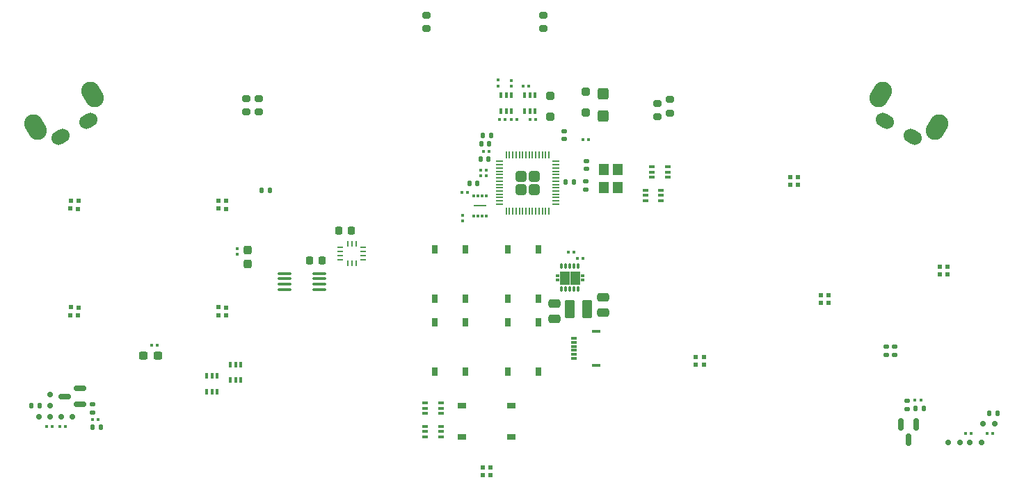
<source format=gbr>
%TF.GenerationSoftware,KiCad,Pcbnew,8.0.2*%
%TF.CreationDate,2024-10-24T08:37:16-07:00*%
%TF.ProjectId,UGC_Main_S1,5547435f-4d61-4696-9e5f-53312e6b6963,rev?*%
%TF.SameCoordinates,Original*%
%TF.FileFunction,Paste,Top*%
%TF.FilePolarity,Positive*%
%FSLAX46Y46*%
G04 Gerber Fmt 4.6, Leading zero omitted, Abs format (unit mm)*
G04 Created by KiCad (PCBNEW 8.0.2) date 2024-10-24 08:37:16*
%MOMM*%
%LPD*%
G01*
G04 APERTURE LIST*
G04 Aperture macros list*
%AMRoundRect*
0 Rectangle with rounded corners*
0 $1 Rounding radius*
0 $2 $3 $4 $5 $6 $7 $8 $9 X,Y pos of 4 corners*
0 Add a 4 corners polygon primitive as box body*
4,1,4,$2,$3,$4,$5,$6,$7,$8,$9,$2,$3,0*
0 Add four circle primitives for the rounded corners*
1,1,$1+$1,$2,$3*
1,1,$1+$1,$4,$5*
1,1,$1+$1,$6,$7*
1,1,$1+$1,$8,$9*
0 Add four rect primitives between the rounded corners*
20,1,$1+$1,$2,$3,$4,$5,0*
20,1,$1+$1,$4,$5,$6,$7,0*
20,1,$1+$1,$6,$7,$8,$9,0*
20,1,$1+$1,$8,$9,$2,$3,0*%
%AMHorizOval*
0 Thick line with rounded ends*
0 $1 width*
0 $2 $3 position (X,Y) of the first rounded end (center of the circle)*
0 $4 $5 position (X,Y) of the second rounded end (center of the circle)*
0 Add line between two ends*
20,1,$1,$2,$3,$4,$5,0*
0 Add two circle primitives to create the rounded ends*
1,1,$1,$2,$3*
1,1,$1,$4,$5*%
%AMRotRect*
0 Rectangle, with rotation*
0 The origin of the aperture is its center*
0 $1 length*
0 $2 width*
0 $3 Rotation angle, in degrees counterclockwise*
0 Add horizontal line*
21,1,$1,$2,0,0,$3*%
G04 Aperture macros list end*
%ADD10C,0.010000*%
%ADD11RoundRect,0.135000X0.135000X0.185000X-0.135000X0.185000X-0.135000X-0.185000X0.135000X-0.185000X0*%
%ADD12RoundRect,0.250000X0.475000X-0.250000X0.475000X0.250000X-0.475000X0.250000X-0.475000X-0.250000X0*%
%ADD13RoundRect,0.135000X0.185000X-0.135000X0.185000X0.135000X-0.185000X0.135000X-0.185000X-0.135000X0*%
%ADD14RoundRect,0.079500X-0.079500X-0.100500X0.079500X-0.100500X0.079500X0.100500X-0.079500X0.100500X0*%
%ADD15RoundRect,0.079500X0.079500X0.100500X-0.079500X0.100500X-0.079500X-0.100500X0.079500X-0.100500X0*%
%ADD16RoundRect,0.200000X-0.275000X0.200000X-0.275000X-0.200000X0.275000X-0.200000X0.275000X0.200000X0*%
%ADD17RoundRect,0.200000X0.275000X-0.200000X0.275000X0.200000X-0.275000X0.200000X-0.275000X-0.200000X0*%
%ADD18RoundRect,0.250000X0.375000X0.850000X-0.375000X0.850000X-0.375000X-0.850000X0.375000X-0.850000X0*%
%ADD19RoundRect,0.140000X0.170000X-0.140000X0.170000X0.140000X-0.170000X0.140000X-0.170000X-0.140000X0*%
%ADD20RoundRect,0.150000X0.150000X0.200000X-0.150000X0.200000X-0.150000X-0.200000X0.150000X-0.200000X0*%
%ADD21RoundRect,0.135000X-0.135000X-0.185000X0.135000X-0.185000X0.135000X0.185000X-0.135000X0.185000X0*%
%ADD22R,0.745000X0.280000*%
%ADD23R,0.280000X0.745000*%
%ADD24RoundRect,0.225000X-0.225000X-0.250000X0.225000X-0.250000X0.225000X0.250000X-0.225000X0.250000X0*%
%ADD25RoundRect,0.150000X0.587500X0.150000X-0.587500X0.150000X-0.587500X-0.150000X0.587500X-0.150000X0*%
%ADD26RoundRect,0.250000X-0.425000X0.450000X-0.425000X-0.450000X0.425000X-0.450000X0.425000X0.450000X0*%
%ADD27RoundRect,0.135000X-0.185000X0.135000X-0.185000X-0.135000X0.185000X-0.135000X0.185000X0.135000X0*%
%ADD28RotRect,0.550000X0.550000X357.000000*%
%ADD29RoundRect,0.140000X0.140000X0.170000X-0.140000X0.170000X-0.140000X-0.170000X0.140000X-0.170000X0*%
%ADD30R,0.550000X0.550000*%
%ADD31RoundRect,0.140000X-0.170000X0.140000X-0.170000X-0.140000X0.170000X-0.140000X0.170000X0.140000X0*%
%ADD32RoundRect,0.250000X-0.475000X0.250000X-0.475000X-0.250000X0.475000X-0.250000X0.475000X0.250000X0*%
%ADD33HorizOval,2.250000X-0.250000X0.433013X0.250000X-0.433013X0*%
%ADD34HorizOval,1.700000X0.259808X0.150000X-0.259808X-0.150000X0*%
%ADD35RoundRect,0.150000X-0.200000X0.150000X-0.200000X-0.150000X0.200000X-0.150000X0.200000X0.150000X0*%
%ADD36HorizOval,2.250000X-0.250000X-0.433013X0.250000X0.433013X0*%
%ADD37HorizOval,1.700000X0.259808X-0.150000X-0.259808X0.150000X0*%
%ADD38RoundRect,0.150000X-0.150000X-0.200000X0.150000X-0.200000X0.150000X0.200000X-0.150000X0.200000X0*%
%ADD39R,0.750000X1.000000*%
%ADD40RoundRect,0.150000X-0.150000X0.587500X-0.150000X-0.587500X0.150000X-0.587500X0.150000X0.587500X0*%
%ADD41RoundRect,0.079500X-0.100500X0.079500X-0.100500X-0.079500X0.100500X-0.079500X0.100500X0.079500X0*%
%ADD42RoundRect,0.079500X0.100500X-0.079500X0.100500X0.079500X-0.100500X0.079500X-0.100500X-0.079500X0*%
%ADD43RoundRect,0.100000X-0.225000X-0.100000X0.225000X-0.100000X0.225000X0.100000X-0.225000X0.100000X0*%
%ADD44RoundRect,0.249999X0.395001X-0.395001X0.395001X0.395001X-0.395001X0.395001X-0.395001X-0.395001X0*%
%ADD45RoundRect,0.050000X0.050000X-0.387500X0.050000X0.387500X-0.050000X0.387500X-0.050000X-0.387500X0*%
%ADD46RoundRect,0.050000X0.387500X-0.050000X0.387500X0.050000X-0.387500X0.050000X-0.387500X-0.050000X0*%
%ADD47RoundRect,0.100000X0.100000X-0.225000X0.100000X0.225000X-0.100000X0.225000X-0.100000X-0.225000X0*%
%ADD48RoundRect,0.140000X-0.140000X-0.170000X0.140000X-0.170000X0.140000X0.170000X-0.140000X0.170000X0*%
%ADD49RoundRect,0.100000X-0.712500X-0.100000X0.712500X-0.100000X0.712500X0.100000X-0.712500X0.100000X0*%
%ADD50RoundRect,0.100000X0.225000X0.100000X-0.225000X0.100000X-0.225000X-0.100000X0.225000X-0.100000X0*%
%ADD51R,1.000000X0.750000*%
%ADD52R,1.200000X1.400000*%
%ADD53RoundRect,0.237500X-0.300000X-0.237500X0.300000X-0.237500X0.300000X0.237500X-0.300000X0.237500X0*%
%ADD54RoundRect,0.250000X-0.250000X0.250000X-0.250000X-0.250000X0.250000X-0.250000X0.250000X0.250000X0*%
%ADD55RoundRect,0.237500X0.237500X-0.300000X0.237500X0.300000X-0.237500X0.300000X-0.237500X-0.300000X0*%
%ADD56R,0.700000X0.300000*%
%ADD57R,1.000000X0.300000*%
%ADD58RoundRect,0.007200X0.112800X-0.292800X0.112800X0.292800X-0.112800X0.292800X-0.112800X-0.292800X0*%
%ADD59RoundRect,0.250000X0.250000X-0.250000X0.250000X0.250000X-0.250000X0.250000X-0.250000X-0.250000X0*%
%ADD60R,0.300000X0.400000*%
%ADD61R,1.600000X0.200000*%
G04 APERTURE END LIST*
D10*
%TO.C,U4*%
X227265400Y-118848600D02*
X226925400Y-118848600D01*
X226925400Y-118598600D01*
X227265400Y-118598600D01*
X227265400Y-118848600D01*
G36*
X227265400Y-118848600D02*
G01*
X226925400Y-118848600D01*
X226925400Y-118598600D01*
X227265400Y-118598600D01*
X227265400Y-118848600D01*
G37*
X227265400Y-119348600D02*
X226925400Y-119348600D01*
X226925400Y-119098600D01*
X227265400Y-119098600D01*
X227265400Y-119348600D01*
G36*
X227265400Y-119348600D02*
G01*
X226925400Y-119348600D01*
X226925400Y-119098600D01*
X227265400Y-119098600D01*
X227265400Y-119348600D01*
G37*
X228525400Y-119723600D02*
X227465400Y-119723600D01*
X227465400Y-118223600D01*
X228525400Y-118223600D01*
X228525400Y-119723600D01*
G36*
X228525400Y-119723600D02*
G01*
X227465400Y-119723600D01*
X227465400Y-118223600D01*
X228525400Y-118223600D01*
X228525400Y-119723600D01*
G37*
X229785400Y-119723600D02*
X228725400Y-119723600D01*
X228725400Y-118223600D01*
X229785400Y-118223600D01*
X229785400Y-119723600D01*
G36*
X229785400Y-119723600D02*
G01*
X228725400Y-119723600D01*
X228725400Y-118223600D01*
X229785400Y-118223600D01*
X229785400Y-119723600D01*
G37*
X230325400Y-118848600D02*
X229985400Y-118848600D01*
X229985400Y-118598600D01*
X230325400Y-118598600D01*
X230325400Y-118848600D01*
G36*
X230325400Y-118848600D02*
G01*
X229985400Y-118848600D01*
X229985400Y-118598600D01*
X230325400Y-118598600D01*
X230325400Y-118848600D01*
G37*
X230325400Y-119348600D02*
X229985400Y-119348600D01*
X229985400Y-119098600D01*
X230325400Y-119098600D01*
X230325400Y-119348600D01*
G36*
X230325400Y-119348600D02*
G01*
X229985400Y-119348600D01*
X229985400Y-119098600D01*
X230325400Y-119098600D01*
X230325400Y-119348600D01*
G37*
%TD*%
D11*
%TO.C,R39*%
X271731200Y-134899400D03*
X270711200Y-134899400D03*
%TD*%
D12*
%TO.C,C4*%
X232714800Y-123251000D03*
X232714800Y-121351000D03*
%TD*%
D13*
%TO.C,R35*%
X268122400Y-128373600D03*
X268122400Y-127353600D03*
%TD*%
D14*
%TO.C,R1*%
X177759800Y-127203200D03*
X178449800Y-127203200D03*
%TD*%
D15*
%TO.C,C26*%
X280075200Y-137922000D03*
X279385200Y-137922000D03*
%TD*%
%TO.C,R5*%
X230926200Y-102108000D03*
X230236200Y-102108000D03*
%TD*%
D16*
%TO.C,R22*%
X225430000Y-86985000D03*
X225430000Y-88635000D03*
%TD*%
D15*
%TO.C,C27*%
X277509800Y-137922000D03*
X276819800Y-137922000D03*
%TD*%
D17*
%TO.C,R38*%
X240817400Y-98919800D03*
X240817400Y-97269800D03*
%TD*%
D14*
%TO.C,C33*%
X164907400Y-137083800D03*
X165597400Y-137083800D03*
%TD*%
D18*
%TO.C,L5*%
X230767200Y-122783600D03*
X228617200Y-122783600D03*
%TD*%
D14*
%TO.C,R6*%
X217788900Y-106566900D03*
X218478900Y-106566900D03*
%TD*%
D19*
%TO.C,C15*%
X230606600Y-105689400D03*
X230606600Y-104729400D03*
%TD*%
D20*
%TO.C,D7*%
X166686000Y-135940800D03*
X168086000Y-135940800D03*
%TD*%
D21*
%TO.C,R12*%
X228140800Y-107289600D03*
X229160800Y-107289600D03*
%TD*%
D22*
%TO.C,U10*%
X203487600Y-116777200D03*
X203487600Y-116277200D03*
X203487600Y-115777200D03*
X203487600Y-115277200D03*
D23*
X202589600Y-114879200D03*
X202089600Y-114879200D03*
X201589600Y-114879200D03*
D22*
X200691600Y-115277200D03*
X200691600Y-115777200D03*
X200691600Y-116277200D03*
X200691600Y-116777200D03*
D23*
X201589600Y-117175200D03*
X202089600Y-117175200D03*
X202589600Y-117175200D03*
%TD*%
D21*
%TO.C,R41*%
X279677400Y-135509000D03*
X280697400Y-135509000D03*
%TD*%
D24*
%TO.C,C12*%
X200494600Y-113233200D03*
X202044600Y-113233200D03*
%TD*%
D15*
%TO.C,C11*%
X216170000Y-108550000D03*
X215480000Y-108550000D03*
%TD*%
D25*
%TO.C,Q5*%
X169011600Y-134391400D03*
X169011600Y-132491400D03*
X167136600Y-133441400D03*
%TD*%
D26*
%TO.C,C3*%
X232664000Y-96541600D03*
X232664000Y-99241600D03*
%TD*%
D16*
%TO.C,R21*%
X211140000Y-86965000D03*
X211140000Y-88615000D03*
%TD*%
D27*
%TO.C,R34*%
X267106400Y-127353600D03*
X267106400Y-128373600D03*
%TD*%
D15*
%TO.C,R3*%
X230219870Y-116613394D03*
X229529870Y-116613394D03*
%TD*%
D28*
%TO.C,L2*%
X167834453Y-110533889D03*
X168783151Y-110583609D03*
X168832871Y-109634911D03*
X167884173Y-109585191D03*
%TD*%
D16*
%TO.C,R37*%
X239268000Y-97727000D03*
X239268000Y-99377000D03*
%TD*%
D14*
%TO.C,C32*%
X170520800Y-136271000D03*
X171210800Y-136271000D03*
%TD*%
D29*
%TO.C,C8*%
X218818400Y-102666800D03*
X217858400Y-102666800D03*
%TD*%
D28*
%TO.C,L1*%
X185834453Y-110533889D03*
X186783151Y-110583609D03*
X186832871Y-109634911D03*
X185884173Y-109585191D03*
%TD*%
D30*
%TO.C,L12*%
X259158657Y-122059400D03*
X260108657Y-122059400D03*
X260108657Y-121109400D03*
X259158657Y-121109400D03*
%TD*%
D20*
%TO.C,D14*%
X278928600Y-136779000D03*
X280328600Y-136779000D03*
%TD*%
D15*
%TO.C,R25*%
X222188600Y-99720400D03*
X221498600Y-99720400D03*
%TD*%
D31*
%TO.C,C5*%
X227914200Y-101094600D03*
X227914200Y-102054600D03*
%TD*%
D17*
%TO.C,R36*%
X189204600Y-98792800D03*
X189204600Y-97142800D03*
%TD*%
D32*
%TO.C,C23*%
X226720400Y-122087600D03*
X226720400Y-123987600D03*
%TD*%
D21*
%TO.C,R11*%
X191107600Y-108356400D03*
X192127600Y-108356400D03*
%TD*%
D16*
%TO.C,R4*%
X190754000Y-97142800D03*
X190754000Y-98792800D03*
%TD*%
D33*
%TO.C,SW7*%
X163618112Y-100644336D03*
X170546316Y-96644336D03*
D34*
X166643465Y-101784400D03*
X170020963Y-99834400D03*
%TD*%
D11*
%TO.C,R33*%
X164136800Y-134594600D03*
X163116800Y-134594600D03*
%TD*%
D35*
%TO.C,D6*%
X165354000Y-134583400D03*
X165354000Y-133183400D03*
%TD*%
D36*
%TO.C,SW8*%
X266420998Y-96644336D03*
X273349202Y-100644336D03*
D37*
X266946351Y-99834400D03*
X270323849Y-101784400D03*
%TD*%
D38*
%TO.C,D16*%
X276112200Y-139039600D03*
X274712200Y-139039600D03*
%TD*%
D39*
%TO.C,SW17*%
X215921157Y-115516400D03*
X215921157Y-121516400D03*
X212171157Y-115516400D03*
X212171157Y-121516400D03*
%TD*%
D15*
%TO.C,C6*%
X218835800Y-103581200D03*
X218145800Y-103581200D03*
%TD*%
D24*
%TO.C,C13*%
X196938600Y-116840000D03*
X198488600Y-116840000D03*
%TD*%
D40*
%TO.C,Q6*%
X270788300Y-136829800D03*
X268888300Y-136829800D03*
X269838300Y-138704800D03*
%TD*%
D14*
%TO.C,R23*%
X223784600Y-99720400D03*
X224474600Y-99720400D03*
%TD*%
D41*
%TO.C,R28*%
X221538800Y-94955800D03*
X221538800Y-95645800D03*
%TD*%
D42*
%TO.C,R10*%
X215595200Y-112079600D03*
X215595200Y-111389600D03*
%TD*%
D43*
%TO.C,D13*%
X211038400Y-137080900D03*
X211038400Y-137730900D03*
X211038400Y-138380900D03*
X212938400Y-138380900D03*
X212938400Y-137730900D03*
X212938400Y-137080900D03*
%TD*%
D44*
%TO.C,U8*%
X222684800Y-108208100D03*
X224284800Y-108208100D03*
X222684800Y-106608100D03*
X224284800Y-106608100D03*
D45*
X220884800Y-110845600D03*
X221284800Y-110845600D03*
X221684800Y-110845600D03*
X222084800Y-110845600D03*
X222484800Y-110845600D03*
X222884800Y-110845600D03*
X223284800Y-110845600D03*
X223684800Y-110845600D03*
X224084800Y-110845600D03*
X224484800Y-110845600D03*
X224884800Y-110845600D03*
X225284800Y-110845600D03*
X225684800Y-110845600D03*
X226084800Y-110845600D03*
D46*
X226922300Y-110008100D03*
X226922300Y-109608100D03*
X226922300Y-109208100D03*
X226922300Y-108808100D03*
X226922300Y-108408100D03*
X226922300Y-108008100D03*
X226922300Y-107608100D03*
X226922300Y-107208100D03*
X226922300Y-106808100D03*
X226922300Y-106408100D03*
X226922300Y-106008100D03*
X226922300Y-105608100D03*
X226922300Y-105208100D03*
X226922300Y-104808100D03*
D45*
X226084800Y-103970600D03*
X225684800Y-103970600D03*
X225284800Y-103970600D03*
X224884800Y-103970600D03*
X224484800Y-103970600D03*
X224084800Y-103970600D03*
X223684800Y-103970600D03*
X223284800Y-103970600D03*
X222884800Y-103970600D03*
X222484800Y-103970600D03*
X222084800Y-103970600D03*
X221684800Y-103970600D03*
X221284800Y-103970600D03*
X220884800Y-103970600D03*
D46*
X220047300Y-104808100D03*
X220047300Y-105208100D03*
X220047300Y-105608100D03*
X220047300Y-106008100D03*
X220047300Y-106408100D03*
X220047300Y-106808100D03*
X220047300Y-107208100D03*
X220047300Y-107608100D03*
X220047300Y-108008100D03*
X220047300Y-108408100D03*
X220047300Y-108808100D03*
X220047300Y-109208100D03*
X220047300Y-109608100D03*
X220047300Y-110008100D03*
%TD*%
D30*
%TO.C,L13*%
X273671617Y-118569002D03*
X274621617Y-118569002D03*
X274621617Y-117619002D03*
X273671617Y-117619002D03*
%TD*%
D14*
%TO.C,R7*%
X217788900Y-105855700D03*
X218478900Y-105855700D03*
%TD*%
%TO.C,R26*%
X222971800Y-95656400D03*
X223661800Y-95656400D03*
%TD*%
D27*
%TO.C,R40*%
X269671800Y-133983000D03*
X269671800Y-135003000D03*
%TD*%
D28*
%TO.C,L4*%
X185834453Y-123533889D03*
X186783151Y-123583609D03*
X186832871Y-122634911D03*
X185884173Y-122585191D03*
%TD*%
D38*
%TO.C,D3*%
X165393600Y-135940800D03*
X163993600Y-135940800D03*
%TD*%
D47*
%TO.C,D8*%
X184414400Y-132842000D03*
X185064400Y-132842000D03*
X185714400Y-132842000D03*
X185714400Y-130942000D03*
X185064400Y-130942000D03*
X184414400Y-130942000D03*
%TD*%
D48*
%TO.C,C10*%
X217779600Y-104495600D03*
X218739600Y-104495600D03*
%TD*%
D49*
%TO.C,U6*%
X193924700Y-118455800D03*
X193924700Y-119105800D03*
X193924700Y-119755800D03*
X193924700Y-120405800D03*
X198149700Y-120405800D03*
X198149700Y-119755800D03*
X198149700Y-119105800D03*
X198149700Y-118455800D03*
%TD*%
D15*
%TO.C,R24*%
X220715400Y-99720400D03*
X220025400Y-99720400D03*
%TD*%
D50*
%TO.C,D5*%
X240527800Y-106745800D03*
X240527800Y-106095800D03*
X240527800Y-105445800D03*
X238627800Y-105445800D03*
X238627800Y-106095800D03*
X238627800Y-106745800D03*
%TD*%
D51*
%TO.C,SW5*%
X221483657Y-138353800D03*
X215483657Y-138353800D03*
X221483657Y-134603800D03*
X215483657Y-134603800D03*
%TD*%
D42*
%TO.C,R2*%
X188112400Y-116118200D03*
X188112400Y-115428200D03*
%TD*%
D38*
%TO.C,D15*%
X278703000Y-139039600D03*
X277303000Y-139039600D03*
%TD*%
D52*
%TO.C,Y1*%
X234479200Y-108008600D03*
X234479200Y-105808600D03*
X232779200Y-105808600D03*
X232779200Y-108008600D03*
%TD*%
D43*
%TO.C,D12*%
X211038400Y-134221000D03*
X211038400Y-134871000D03*
X211038400Y-135521000D03*
X212938400Y-135521000D03*
X212938400Y-134871000D03*
X212938400Y-134221000D03*
%TD*%
D53*
%TO.C,C1*%
X176734300Y-128473200D03*
X178459300Y-128473200D03*
%TD*%
D39*
%TO.C,SW18*%
X221046157Y-130391400D03*
X221046157Y-124391400D03*
X224796157Y-130391400D03*
X224796157Y-124391400D03*
%TD*%
D29*
%TO.C,C7*%
X219021600Y-101650800D03*
X218061600Y-101650800D03*
%TD*%
D30*
%TO.C,L10*%
X243982313Y-129617540D03*
X244932313Y-129617540D03*
X244932313Y-128667540D03*
X243982313Y-128667540D03*
%TD*%
D41*
%TO.C,R27*%
X219862400Y-94905000D03*
X219862400Y-95595000D03*
%TD*%
D14*
%TO.C,C25*%
X270647600Y-133934200D03*
X271337600Y-133934200D03*
%TD*%
D54*
%TO.C,D10*%
X226212400Y-96844800D03*
X226212400Y-99344800D03*
%TD*%
D55*
%TO.C,C2*%
X189382400Y-117296100D03*
X189382400Y-115571100D03*
%TD*%
D14*
%TO.C,C34*%
X166533000Y-137083800D03*
X167223000Y-137083800D03*
%TD*%
D39*
%TO.C,SW19*%
X215921157Y-124391400D03*
X215921157Y-130391400D03*
X212171157Y-124391400D03*
X212171157Y-130391400D03*
%TD*%
D47*
%TO.C,D11*%
X187310000Y-131455200D03*
X187960000Y-131455200D03*
X188610000Y-131455200D03*
X188610000Y-129555200D03*
X187960000Y-129555200D03*
X187310000Y-129555200D03*
%TD*%
D14*
%TO.C,C24*%
X228406576Y-115848352D03*
X229096576Y-115848352D03*
%TD*%
D31*
%TO.C,C14*%
X230581200Y-107266800D03*
X230581200Y-108226800D03*
%TD*%
D30*
%TO.C,L11*%
X255416532Y-107687626D03*
X256366532Y-107687626D03*
X256366532Y-106737626D03*
X255416532Y-106737626D03*
%TD*%
D56*
%TO.C,J2*%
X229157400Y-128834200D03*
X229157400Y-128334200D03*
X229157400Y-127834200D03*
X229157400Y-127334200D03*
X229157400Y-126834200D03*
X229157400Y-126334200D03*
D57*
X231807400Y-129624200D03*
X231807400Y-125544200D03*
%TD*%
D48*
%TO.C,C9*%
X216390000Y-107450000D03*
X217350000Y-107450000D03*
%TD*%
D11*
%TO.C,R31*%
X171553600Y-137210800D03*
X170533600Y-137210800D03*
%TD*%
D58*
%TO.C,U4*%
X227625400Y-120373600D03*
X228125400Y-120373600D03*
X228625400Y-120373600D03*
X229125400Y-120373600D03*
X229625400Y-120373600D03*
X229625400Y-117573600D03*
X229125400Y-117573600D03*
X228625400Y-117573600D03*
X228125400Y-117573600D03*
X227625400Y-117573600D03*
%TD*%
D13*
%TO.C,R32*%
X170535600Y-135409400D03*
X170535600Y-134389400D03*
%TD*%
D47*
%TO.C,Q4*%
X220228400Y-98638400D03*
X220878400Y-98638400D03*
X221528400Y-98638400D03*
X221528400Y-96738400D03*
X220878400Y-96738400D03*
X220228400Y-96738400D03*
%TD*%
D39*
%TO.C,SW9*%
X221046157Y-121516400D03*
X221046157Y-115516400D03*
X224796157Y-121516400D03*
X224796157Y-115516400D03*
%TD*%
D28*
%TO.C,L3*%
X167834453Y-123533889D03*
X168783151Y-123583609D03*
X168832871Y-122634911D03*
X167884173Y-122585191D03*
%TD*%
D59*
%TO.C,D9*%
X230581200Y-98836800D03*
X230581200Y-96336800D03*
%TD*%
D47*
%TO.C,Q3*%
X223124000Y-98638400D03*
X223774000Y-98638400D03*
X224424000Y-98638400D03*
X224424000Y-96738400D03*
X223774000Y-96738400D03*
X223124000Y-96738400D03*
%TD*%
D50*
%TO.C,D4*%
X239710000Y-109605600D03*
X239710000Y-108955600D03*
X239710000Y-108305600D03*
X237810000Y-108305600D03*
X237810000Y-108955600D03*
X237810000Y-109605600D03*
%TD*%
D30*
%TO.C,L6*%
X218008657Y-143038600D03*
X218958657Y-143038600D03*
X218958657Y-142088600D03*
X218008657Y-142088600D03*
%TD*%
D60*
%TO.C,U9*%
X216939993Y-111424008D03*
X217439993Y-111424008D03*
X217939993Y-111424008D03*
X218439993Y-111424008D03*
X218439993Y-109024008D03*
X217939993Y-109024008D03*
X217439993Y-109024008D03*
X216939993Y-109024008D03*
D61*
X217689993Y-110224008D03*
%TD*%
M02*

</source>
